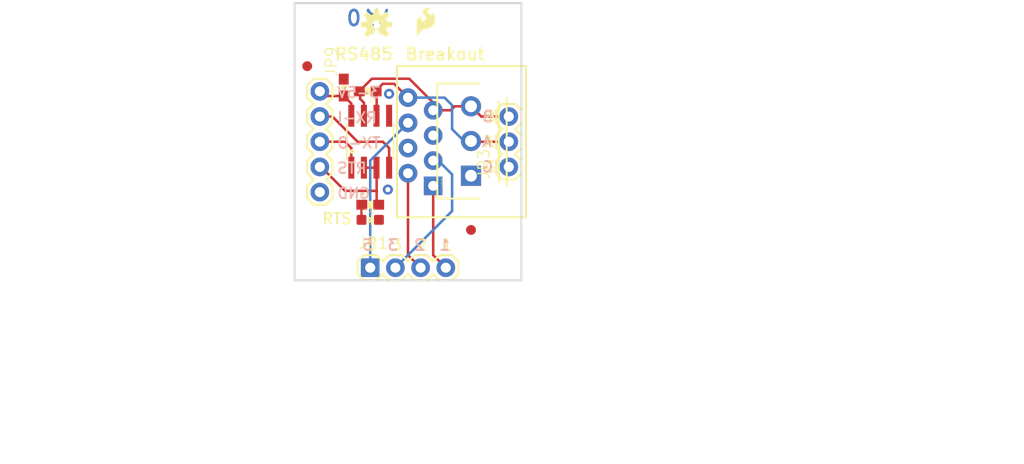
<source format=kicad_pcb>
(kicad_pcb (version 20211014) (generator pcbnew)
  (layers (0 "F.Cu" signal) (31 "B.Cu" signal) (34 "B.Paste" user) (35 "F.Paste" user) (36 "B.SilkS" user "B.Silkscreen") (37 "F.SilkS" user "F.Silkscreen") (38 "B.Mask" user) (39 "F.Mask" user) (44 "Edge.Cuts" user))
  (net 0 "")
  (net 1 "GND")
  (net 2 "VCC")
  (net 3 "RTS")
  (net 4 "A")
  (net 5 "B")
  (net 6 "RX-I")
  (net 7 "N$4")
  (net 8 "TX-O")
  (net 9 "1")
  (net 10 "2")
  (net 11 "3")
  (net 12 "5")
  (footprint "boardEagle:1X03" (layer "F.Cu") (at 158.6611 107.5436 90)
    (fp_text reference "JP3" (at -1.3462 -1.8288 90) (layer "F.SilkS") (effects (font (size 1.143 1.143) (thickness 0.127)) (justify left bottom)))
    (fp_text value "")
    (fp_line (start -1.27 0.635) (end -0.635 1.27) (layer "F.SilkS") (width 0.2032))
    (fp_line (start 4.445 -1.27) (end 5.715 -1.27) (layer "F.SilkS") (width 0.2032))
    (fp_line (start 3.175 1.27) (end 1.905 1.27) (layer "F.SilkS") (width 0.2032))
    (fp_line (start -0.635 -1.27) (end 0.635 -1.27) (layer "F.SilkS") (width 0.2032))
    (fp_line (start 1.905 -1.27) (end 3.175 -1.27) (layer "F.SilkS") (width 0.2032))
    (fp_line (start 3.175 -1.27) (end 3.81 -0.635) (layer "F.SilkS") (width 0.2032))
    (fp_line (start 6.35 -0.635) (end 6.35 0.635) (layer "F.SilkS") (width 0.2032))
    (fp_line (start 0.635 1.27) (end -0.635 1.27) (layer "F.SilkS") (width 0.2032))
    (fp_line (start 3.81 0.635) (end 3.175 1.27) (layer "F.SilkS") (width 0.2032))
    (fp_line (start 5.715 1.27) (end 4.445 1.27) (layer "F.SilkS") (width 0.2032))
    (fp_line (start -1.27 -0.635) (end -1.27 0.635) (layer "F.SilkS") (width 0.2032))
    (fp_line (start 1.27 0.635) (end 0.635 1.27) (layer "F.SilkS") (width 0.2032))
    (fp_line (start -0.635 -1.27) (end -1.27 -0.635) (layer "F.SilkS") (width 0.2032))
    (fp_line (start 1.27 -0.635) (end 1.905 -1.27) (layer "F.SilkS") (width 0.2032))
    (fp_line (start 6.35 0.635) (end 5.715 1.27) (layer "F.SilkS") (width 0.2032))
    (fp_line (start 0.635 -1.27) (end 1.27 -0.635) (layer "F.SilkS") (width 0.2032))
    (fp_line (start 4.445 1.27) (end 3.81 0.635) (layer "F.SilkS") (width 0.2032))
    (fp_line (start 1.905 1.27) (end 1.27 0.635) (layer "F.SilkS") (width 0.2032))
    (fp_line (start 3.81 -0.635) (end 4.445 -1.27) (layer "F.SilkS") (width 0.2032))
    (fp_line (start 5.715 -1.27) (end 6.35 -0.635) (layer "F.SilkS") (width 0.2032))
    (pad "1" thru_hole circle (at 0 0 180) (size 1.8796 1.8796) (drill 1.016) (layers *.Cu *.Mask) (net 1 "GND"))
    (pad "2" thru_hole circle (at 2.54 0 180) (size 1.8796 1.8796) (drill 1.016) (layers *.Cu *.Mask) (net 4 "A"))
    (pad "3" thru_hole circle (at 5.08 0 180) (size 1.8796 1.8796) (drill 1.016) (layers *.Cu *.Mask) (net 5 "B"))
  )
  (footprint "boardEagle:LED-0603" (layer "F.Cu") (at 144.6911 112.8776 -90)
    (fp_text reference "LED3" (at -0.6985 0.889) (layer "F.SilkS") (effects (font (size 0.373888 0.373888) (thickness 0.032512)) (justify left bottom)))
    (fp_text value "Green")
    (fp_line (start -0.46 -0.17) (end 0 -0.17) (layer "F.SilkS") (width 0.2032))
    (fp_line (start 0.46 -0.17) (end 0 -0.17) (layer "F.SilkS") (width 0.2032))
    (fp_line (start -0.0254 -0.1546) (end -0.2184 0.14) (layer "F.SilkS") (width 0.2032))
    (fp_line (start 0 -0.17) (end 0.2338 0.14) (layer "F.SilkS") (width 0.2032))
    (pad "A" smd roundrect (at 0 0.877 270) (size 1 1) (layers "F.Cu" "F.Paste" "F.Mask") (roundrect_rratio 0.15) (net 7 "N$4"))
    (pad "C" smd roundrect (at 0 -0.877 270) (size 1 1) (layers "F.Cu" "F.Paste" "F.Mask") (roundrect_rratio 0.15) (net 1 "GND"))
  )
  (footprint "boardEagle:RJ45-8" (layer "F.Cu") (at 157.3911 105.0036 90)
    (fp_text reference "JP4" hide)
    (fp_text value "RJ45-8PTH" hide)
    (fp_line (start -7.62 -10) (end 7.62 -10) (layer "F.SilkS") (width 0.2032))
    (fp_line (start -7.62 3) (end 7.62 3) (layer "F.SilkS") (width 0.2032))
    (fp_line (start 7.62 -10) (end 7.62 3) (layer "F.SilkS") (width 0.2032))
    (fp_line (start -7.62 3) (end -7.62 -10) (layer "F.SilkS") (width 0.2032))
    (pad "" np_thru_hole circle (at 5.715 0 90) (size 3.2 3.2) (drill 3.2) (layers *.Cu *.Mask))
    (pad "" np_thru_hole circle (at -5.715 0 90) (size 3.2 3.2) (drill 3.2) (layers *.Cu *.Mask))
    (pad "1" thru_hole rect (at -4.445 -6.35 90) (size 1.8796 1.8796) (drill 1) (layers *.Cu *.Mask) (net 9 "1"))
    (pad "2" thru_hole circle (at -3.175 -8.89 90) (size 1.8796 1.8796) (drill 1) (layers *.Cu *.Mask) (net 10 "2"))
    (pad "3" thru_hole circle (at -1.905 -6.35 90) (size 1.8796 1.8796) (drill 1) (layers *.Cu *.Mask) (net 11 "3"))
    (pad "4" thru_hole circle (at -0.635 -8.89 90) (size 1.8796 1.8796) (drill 1) (layers *.Cu *.Mask) (net 1 "GND"))
    (pad "5" thru_hole circle (at 0.635 -6.35 90) (size 1.8796 1.8796) (drill 1) (layers *.Cu *.Mask) (net 1 "GND"))
    (pad "6" thru_hole circle (at 1.905 -8.89 90) (size 1.8796 1.8796) (drill 1) (layers *.Cu *.Mask) (net 12 "5"))
    (pad "7" thru_hole circle (at 3.175 -6.35 90) (size 1.8796 1.8796) (drill 1) (layers *.Cu *.Mask) (net 5 "B"))
    (pad "8" thru_hole circle (at 4.445 -8.89 90) (size 1.8796 1.8796) (drill 1) (layers *.Cu *.Mask) (net 4 "A"))
  )
  (footprint "boardEagle:0603-CAP" (layer "F.Cu") (at 142.0241 99.5426 90)
    (fp_text reference "C3" (at -0.889 -0.762 90) (layer "F.SilkS") (effects (font (size 0.373888 0.373888) (thickness 0.032512)) (justify left bottom)))
    (fp_text value "0.1uF")
    (fp_line (start 0 -0.0305) (end 0 0.0305) (layer "F.SilkS") (width 0.5588))
    (pad "1" smd rect (at -0.85 0 90) (size 1.1 1) (layers "F.Cu" "F.Paste" "F.Mask") (net 2 "VCC"))
    (pad "2" smd rect (at 0.85 0 90) (size 1.1 1) (layers "F.Cu" "F.Paste" "F.Mask") (net 1 "GND"))
  )
  (footprint "boardEagle:STAND-OFF" (layer "F.Cu") (at 139.6111 93.5736)
    (fp_text reference "JP15" hide)
    (fp_text value "STAND-OFF" hide)
    (pad "" np_thru_hole circle (at 0 0) (size 3.302 3.302) (drill 3.302) (layers *.Cu *.Mask))
  )
  (footprint "boardEagle:SFE-LOGO-FLAME" (layer "F.Cu") (at 149.3901 94.3356)
    (fp_text reference "U$2" hide)
    (fp_text value "LOGO-SFESK" hide)
    (fp_poly (pts (xy 1.126002 -2.808203) (xy 1.215449 -2.785829) (xy 1.228477 -2.780783) (xy 1.240149 -2.774875) (xy 1.25686 -2.766576) (xy 1.275552 -2.759834) (xy 1.371694 -2.7026) (xy 1.3793 -2.7026) (xy 1.3793 -2.6772) (xy 1.306833 -2.6772) (xy 1.208418 -2.657914) (xy 1.074855 -2.495286) (xy 1.079365 -2.436825) (xy 1.12809 -2.341869) (xy 1.204666 -2.265196) (xy 1.294069 -2.200638) (xy 1.369348 -2.168824) (xy 1.450737 -2.171632) (xy 1.458864 -2.174186) (xy 1.466257 -2.177389) (xy 1.530514 -2.236956) (xy 1.5368 -2.259812) (xy 1.5368 -2.377938) (xy 1.763707 -2.148127) (xy 1.868186 -1.856841) (xy 1.871603 -1.856894) (xy 1.87806 -1.650435) (xy 1.848857 -1.45742) (xy 1.785308 -1.272842) (xy 1.6663 -1.061578) (xy 1.6663 -1.080581) (xy 1.378131 -0.80901) (xy 0.982239 -0.6985) (xy 0.753005 -0.6985) (xy 0.716201 -0.692046) (xy 0.681776 -0.679592) (xy 0.496322 -0.541784) (xy -0.0126 0.03091) (xy -0.0126 -1.52077) (xy 0.060004 -1.761967) (xy 0.168295 -1.865489) (xy 0.307122 -1.917522) (xy 0.4039 -1.925089) (xy 0.499384 -1.917623) (xy 0.55991 -1.908099) (xy 0.557788 -1.884433) (xy 0.522216 -1.885242) (xy 0.501784 -1.876141) (xy 0.420519 -1.817154) (xy 0.400722 -1.79067) (xy 0.390395 -1.7285) (xy 0.400905 -1.665229) (xy 0.421405 -1.625174) (xy 0.452343 -1.592685) (xy 0.546535 -1.54355) (xy 0.652229 -1.531742) (xy 0.742768 -1.550084) (xy 0.82422 -1.589656) (xy 0.92203 -1.754659) (xy 0.907706 -1.848844) (xy 0.850914 -1.930401) (xy 0.584707 -2.263237) (xy 0.561667 -2.510855) (xy 0.627495 -2.621556) (xy 0.629042 -2.623103) (xy 0.778901 -2.74712) (xy 1.032676 -2.817064)) (layer "F.SilkS") (width 0) (fill solid))
  )
  (footprint "boardEagle:SO08" (layer "F.Cu") (at 144.6911 105.0036)
    (fp_text reference "U2" (at -1.27 0) (layer "F.SilkS") (effects (font (size 0.373888 0.373888) (thickness 0.032512)) (justify left bottom)))
    (fp_text value "RS485SOIC")
    (fp_line (start 2.362 1.803) (end 2.362 -1.803) (layer "F.SilkS") (width 0.1524))
    (fp_line (start -2.362 -1.803) (end -2.362 1.803) (layer "F.SilkS") (width 0.1524))
    (fp_circle (center -1.8034 0.9906) (end -1.6598 0.9906) (layer "F.SilkS") (width 0.2032) (fill none))
    (pad "1" smd rect (at -1.905 2.6162) (size 0.6096 2.2098) (layers "F.Cu" "F.Paste" "F.Mask") (net 8 "TX-O"))
    (pad "2" smd rect (at -0.635 2.6162) (size 0.6096 2.2098) (layers "F.Cu" "F.Paste" "F.Mask") (net 3 "RTS"))
    (pad "3" smd rect (at 0.635 2.6162) (size 0.6096 2.2098) (layers "F.Cu" "F.Paste" "F.Mask") (net 3 "RTS"))
    (pad "4" smd rect (at 1.905 2.6162) (size 0.6096 2.2098) (layers "F.Cu" "F.Paste" "F.Mask") (net 6 "RX-I"))
    (pad "5" smd rect (at 1.905 -2.6162) (size 0.6096 2.2098) (layers "F.Cu" "F.Paste" "F.Mask") (net 1 "GND"))
    (pad "6" smd rect (at 0.635 -2.6162) (size 0.6096 2.2098) (layers "F.Cu" "F.Paste" "F.Mask") (net 4 "A"))
    (pad "7" smd rect (at -0.635 -2.6162) (size 0.6096 2.2098) (layers "F.Cu" "F.Paste" "F.Mask") (net 5 "B"))
    (pad "8" smd rect (at -1.905 -2.6162) (size 0.6096 2.2098) (layers "F.Cu" "F.Paste" "F.Mask") (net 2 "VCC"))
  )
  (footprint "boardEagle:FIDUCIAL-1X2" (layer "F.Cu") (at 138.3411 97.3836)
    (fp_text reference "JP10" hide)
    (fp_text value "FIDUCIAL1X2" hide)
    (pad "1" smd roundrect (at 0 0) (size 1 1) (layers "F.Cu" "F.Mask") (roundrect_rratio 0.5))
  )
  (footprint "boardEagle:STAND-OFF" (layer "F.Cu") (at 157.3911 93.5736)
    (fp_text reference "JP7" hide)
    (fp_text value "STAND-OFF" hide)
    (pad "" np_thru_hole circle (at 0 0) (size 3.302 3.302) (drill 3.302) (layers *.Cu *.Mask))
  )
  (footprint "boardEagle:0603-RES" (layer "F.Cu") (at 144.4371 99.9236 180)
    (fp_text reference "R4" (at -0.889 -0.762 180) (layer "F.SilkS") (effects (font (size 0.373888 0.373888) (thickness 0.032512)) (justify right top)))
    (fp_text value "220")
    (fp_poly (pts (xy -0.2286 0.381) (xy 0.2286 0.381) (xy 0.2286 -0.381) (xy -0.2286 -0.381)) (layer "F.SilkS") (width 0) (fill solid))
    (pad "1" smd rect (at -0.85 0 180) (size 1.1 1) (layers "F.Cu" "F.Paste" "F.Mask") (net 4 "A"))
    (pad "2" smd rect (at 0.85 0 180) (size 1.1 1) (layers "F.Cu" "F.Paste" "F.Mask") (net 5 "B"))
  )
  (footprint "boardEagle:1X05" (layer "F.Cu") (at 139.6111 99.9236 -90)
    (fp_text reference "JP9" (at -1.3462 -1.8288 -90) (layer "F.SilkS") (effects (font (size 1.143 1.143) (thickness 0.127)) (justify left bottom)))
    (fp_text value "")
    (fp_line (start 8.255 -1.27) (end 8.89 -0.635) (layer "F.SilkS") (width 0.2032))
    (fp_line (start 3.81 0.635) (end 3.175 1.27) (layer "F.SilkS") (width 0.2032))
    (fp_line (start 4.445 1.27) (end 3.81 0.635) (layer "F.SilkS") (width 0.2032))
    (fp_line (start -0.635 -1.27) (end -1.27 -0.635) (layer "F.SilkS") (width 0.2032))
    (fp_line (start 5.715 1.27) (end 4.445 1.27) (layer "F.SilkS") (width 0.2032))
    (fp_line (start 9.525 1.27) (end 8.89 0.635) (layer "F.SilkS") (width 0.2032))
    (fp_line (start 1.905 -1.27) (end 3.175 -1.27) (layer "F.SilkS") (width 0.2032))
    (fp_line (start 5.715 -1.27) (end 6.35 -0.635) (layer "F.SilkS") (width 0.2032))
    (fp_line (start 1.27 0.635) (end 0.635 1.27) (layer "F.SilkS") (width 0.2032))
    (fp_line (start 8.255 1.27) (end 6.985 1.27) (layer "F.SilkS") (width 0.2032))
    (fp_line (start 1.27 -0.635) (end 1.905 -1.27) (layer "F.SilkS") (width 0.2032))
    (fp_line (start -1.27 0.635) (end -0.635 1.27) (layer "F.SilkS") (width 0.2032))
    (fp_line (start 9.525 -1.27) (end 10.795 -1.27) (layer "F.SilkS") (width 0.2032))
    (fp_line (start 6.985 -1.27) (end 8.255 -1.27) (layer "F.SilkS") (width 0.2032))
    (fp_line (start 1.905 1.27) (end 1.27 0.635) (layer "F.SilkS") (width 0.2032))
    (fp_line (start -1.27 -0.635) (end -1.27 0.635) (layer "F.SilkS") (width 0.2032))
    (fp_line (start 0.635 1.27) (end -0.635 1.27) (layer "F.SilkS") (width 0.2032))
    (fp_line (start 10.795 1.27) (end 9.525 1.27) (layer "F.SilkS") (width 0.2032))
    (fp_line (start 6.985 -1.27) (end 6.35 -0.635) (layer "F.SilkS") (width 0.2032))
    (fp_line (start 10.795 -1.27) (end 11.43 -0.635) (layer "F.SilkS") (width 0.2032))
    (fp_line (start 8.89 0.635) (end 8.255 1.27) (layer "F.SilkS") (width 0.2032))
    (fp_line (start 3.175 -1.27) (end 3.81 -0.635) (layer "F.SilkS") (width 0.2032))
    (fp_line (start 3.81 -0.635) (end 4.445 -1.27) (layer "F.SilkS") (width 0.2032))
    (fp_line (start 6.35 0.635) (end 6.985 1.27) (layer "F.SilkS") (width 0.2032))
    (fp_line (start 3.175 1.27) (end 1.905 1.27) (layer "F.SilkS") (width 0.2032))
    (fp_line (start 0.635 -1.27) (end 1.27 -0.635) (layer "F.SilkS") (width 0.2032))
    (fp_line (start 11.43 -0.635) (end 11.43 0.635) (layer "F.SilkS") (width 0.2032))
    (fp_line (start 4.445 -1.27) (end 5.715 -1.27) (layer "F.SilkS") (width 0.2032))
    (fp_line (start 11.43 0.635) (end 10.795 1.27) (layer "F.SilkS") (width 0.2032))
    (fp_line (start 8.89 -0.635) (end 9.525 -1.27) (layer "F.SilkS") (width 0.2032))
    (fp_line (start 6.35 0.635) (end 5.715 1.27) (layer "F.SilkS") (width 0.2032))
    (fp_line (start -0.635 -1.27) (end 0.635 -1.27) (layer "F.SilkS") (width 0.2032))
    (pad "1" thru_hole circle (at 0 0) (size 1.8796 1.8796) (drill 1.016) (layers *.Cu *.Mask) (net 2 "VCC"))
    (pad "2" thru_hole circle (at 2.54 0) (size 1.8796 1.8796) (drill 1.016) (layers *.Cu *.Mask) (net 6 "RX-I"))
    (pad "3" thru_hole circle (at 5.08 0) (size 1.8796 1.8796) (drill 1.016) (layers *.Cu *.Mask) (net 8 "TX-O"))
    (pad "4" thru_hole circle (at 7.62 0) (size 1.8796 1.8796) (drill 1.016) (layers *.Cu *.Mask) (net 3 "RTS"))
    (pad "5" thru_hole circle (at 10.16 0) (size 1.8796 1.8796) (drill 1.016) (layers *.Cu *.Mask) (net 1 "GND"))
  )
  (footprint "boardEagle:1X04" (layer "F.Cu") (at 144.6911 117.7036)
    (fp_text reference "JP1" (at -1.3462 -1.8288) (layer "F.SilkS") (effects (font (size 1.143 1.143) (thickness 0.127)) (justify left bottom)))
    (fp_text value "")
    (fp_line (start 4.445 -1.27) (end 5.715 -1.27) (layer "F.SilkS") (width 0.2032))
    (fp_line (start 3.81 0.635) (end 3.175 1.27) (layer "F.SilkS") (width 0.2032))
    (fp_line (start 6.985 -1.27) (end 6.35 -0.635) (layer "F.SilkS") (width 0.2032))
    (fp_line (start 1.905 1.27) (end 1.27 0.635) (layer "F.SilkS") (width 0.2032))
    (fp_line (start 1.27 -0.635) (end 1.905 -1.27) (layer "F.SilkS") (width 0.2032))
    (fp_line (start 3.175 -1.27) (end 3.81 -0.635) (layer "F.SilkS") (width 0.2032))
    (fp_line (start 1.27 0.635) (end 0.635 1.27) (layer "F.SilkS") (width 0.2032))
    (fp_line (start -0.635 -1.27) (end -1.27 -0.635) (layer "F.SilkS") (width 0.2032))
    (fp_line (start 4.445 1.27) (end 3.81 0.635) (layer "F.SilkS") (width 0.2032))
    (fp_line (start 6.35 0.635) (end 6.985 1.27) (layer "F.SilkS") (width 0.2032))
    (fp_line (start 5.715 1.27) (end 4.445 1.27) (layer "F.SilkS") (width 0.2032))
    (fp_line (start 1.905 -1.27) (end 3.175 -1.27) (layer "F.SilkS") (width 0.2032))
    (fp_line (start 0.635 -1.27) (end 1.27 -0.635) (layer "F.SilkS") (width 0.2032))
    (fp_line (start 6.35 0.635) (end 5.715 1.27) (layer "F.SilkS") (width 0.2032))
    (fp_line (start 3.175 1.27) (end 1.905 1.27) (layer "F.SilkS") (width 0.2032))
    (fp_line (start 3.81 -0.635) (end 4.445 -1.27) (layer "F.SilkS") (width 0.2032))
    (fp_line (start 5.715 -1.27) (end 6.35 -0.635) (layer "F.SilkS") (width 0.2032))
    (fp_line (start -1.27 0.635) (end -0.635 1.27) (layer "F.SilkS") (width 0.2032))
    (fp_line (start 8.89 -0.635) (end 8.89 0.635) (layer "F.SilkS") (width 0.2032))
    (fp_line (start 6.985 -1.27) (end 8.255 -1.27) (layer "F.SilkS") (width 0.2032))
    (fp_line (start -1.27 -0.635) (end -1.27 0.635) (layer "F.SilkS") (width 0.2032))
    (fp_line (start 0.635 1.27) (end -0.635 1.27) (layer "F.SilkS") (width 0.2032))
    (fp_line (start 8.255 1.27) (end 6.985 1.27) (layer "F.SilkS") (width 0.2032))
    (fp_line (start 8.89 0.635) (end 8.255 1.27) (layer "F.SilkS") (width 0.2032))
    (fp_line (start -0.635 -1.27) (end 0.635 -1.27) (layer "F.SilkS") (width 0.2032))
    (fp_line (start 8.255 -1.27) (end 8.89 -0.635) (layer "F.SilkS") (width 0.2032))
    (pad "1" thru_hole rect (at 0 0 90) (size 1.8796 1.8796) (drill 1.016) (layers *.Cu *.Mask) (net 12 "5"))
    (pad "2" thru_hole circle (at 2.54 0 90) (size 1.8796 1.8796) (drill 1.016) (layers *.Cu *.Mask) (net 11 "3"))
    (pad "3" thru_hole circle (at 5.08 0 90) (size 1.8796 1.8796) (drill 1.016) (layers *.Cu *.Mask) (net 10 "2"))
    (pad "4" thru_hole circle (at 7.62 0 90) (size 1.8796 1.8796) (drill 1.016) (layers *.Cu *.Mask) (net 9 "1"))
  )
  (footprint "boardEagle:FIDUCIAL-1X2" (layer "F.Cu") (at 154.8511 113.8936)
    (fp_text reference "JP5" hide)
    (fp_text value "FIDUCIAL1X2" hide)
    (pad "1" smd roundrect (at 0 0) (size 1 1) (layers "F.Cu" "F.Mask") (roundrect_rratio 0.5))
  )
  (footprint "boardEagle:OSHW-LOGO-S" (layer "F.Cu") (at 145.3261 93.1926)
    (fp_text reference "LOGO1" hide)
    (fp_text value "OSHW-LOGOS" hide)
    (fp_poly (pts (xy 0.301647 -1.061351) (xy 0.42347 -1.022344) (xy 0.537177 -0.963769) (xy 0.92862 -1.282946) (xy 1.282946 -0.92862) (xy 0.961035 -0.533823) (xy 1.057046 -0.302084) (xy 1.5638 -0.250561) (xy 1.5638 0.250561) (xy 1.057046 0.302084) (xy 0.961035 0.533823) (xy 1.282946 0.92862) (xy 0.92862 1.282946) (xy 0.537177 0.96377) (xy 0.356601 1.056794) (xy 0.088679 0.410073) (xy 0.326262 0.2176) (xy 0.373649 0.121468) (xy 0.392729 0.010339) (xy 0.379464 -0.101634) (xy 0.334947 -0.205229) (xy 0.262842 -0.291918) (xy 0.169087 -0.354561) (xy 0.061406 -0.387999) (xy -0.051342 -0.38948) (xy -0.159868 -0.358881) (xy -0.255234 -0.298724) (xy -0.329589 -0.213962) (xy -0.376813 -0.111569) (xy -0.392176 -0.005767) (xy -0.322923 0.222565) (xy -0.249312 0.303773) (xy 0.091677 0.5081) (xy -0.12929 0.5081) (xy -0.355332 1.053732) (xy -0.506597 0.983577) (xy -0.538922 0.965192) (xy -0.92862 1.282946) (xy -1.282946 0.92862) (xy -0.961035 0.533823) (xy -1.057046 0.302084) (xy -1.5638 0.250561) (xy -1.5638 -0.250561) (xy -1.057046 -0.302084) (xy -0.961035 -0.533823) (xy -1.282946 -0.92862) (xy -0.92862 -1.282946) (xy -0.533823 -0.961035) (xy -0.302084 -1.057046) (xy -0.250561 -1.5638) (xy 0.250561 -1.5638)) (layer "F.SilkS") (width 0) (fill solid))
  )
  (footprint "boardEagle:0603-RES" (layer "F.Cu") (at 144.6911 111.3536)
    (fp_text reference "R3" (at -0.889 -0.762) (layer "F.SilkS") (effects (font (size 0.373888 0.373888) (thickness 0.032512)) (justify left bottom)))
    (fp_text value "330")
    (fp_poly (pts (xy -0.2286 0.381) (xy 0.2286 0.381) (xy 0.2286 -0.381) (xy -0.2286 -0.381)) (layer "F.SilkS") (width 0) (fill solid))
    (pad "1" smd rect (at -0.85 0) (size 1.1 1) (layers "F.Cu" "F.Paste" "F.Mask") (net 7 "N$4"))
    (pad "2" smd rect (at 0.85 0) (size 1.1 1) (layers "F.Cu" "F.Paste" "F.Mask") (net 3 "RTS"))
  )
  (footprint "boardEagle:STAND-OFF" (layer "F.Cu") (at 157.3911 116.4336)
    (fp_text reference "JP8" hide)
    (fp_text value "STAND-OFF" hide)
    (pad "" np_thru_hole circle (at 0 0) (size 3.302 3.302) (drill 3.302) (layers *.Cu *.Mask))
  )
  (footprint "boardEagle:STAND-OFF" (layer "F.Cu") (at 139.6111 116.4336)
    (fp_text reference "JP6" hide)
    (fp_text value "STAND-OFF" hide)
    (pad "" np_thru_hole circle (at 0 0) (size 3.302 3.302) (drill 3.302) (layers *.Cu *.Mask))
  )
  (footprint "boardEagle:SCREWTERMINAL-3.5MM-3" (layer "F.Cu") (at 154.8511 108.4326 90)
    (fp_text reference "JP2" (at -1.27 -2.54 90) (layer "F.SilkS") (effects (font (size 0.373888 0.373888) (thickness 0.032512)) (justify left bottom)))
    (fp_text value "")
    (fp_line (start 9.3 2.8) (end 9.3 3.6) (layer "F.SilkS") (width 0.2032))
    (fp_line (start -2.3 2.8) (end -2.3 -3.4) (layer "F.SilkS") (width 0.2032))
    (fp_line (start 9.3 -3.4) (end 9.3 2.8) (layer "F.SilkS") (width 0.2032))
    (fp_line (start 9.3 2.8) (end -2.3 2.8) (layer "F.SilkS") (width 0.2032))
    (fp_line (start -2.3 -3.4) (end 9.3 -3.4) (layer "F.SilkS") (width 0.2032))
    (fp_line (start 9.3 3.6) (end -2.3 3.6) (layer "F.SilkS") (width 0.2032))
    (fp_line (start -2.3 3.6) (end -2.3 2.8) (layer "F.SilkS") (width 0.2032))
    (pad "1" thru_hole rect (at 0 0 90) (size 2.032 2.032) (drill 1.2) (layers *.Cu *.Mask) (net 1 "GND"))
    (pad "2" thru_hole circle (at 3.5 0 90) (size 2.032 2.032) (drill 1.2) (layers *.Cu *.Mask) (net 4 "A"))
    (pad "3" thru_hole circle (at 7 0 90) (size 2.032 2.032) (drill 1.2) (layers *.Cu *.Mask) (net 5 "B"))
  )
  (footprint "boardEagle:CREATIVE_COMMONS" (layer "F.Cu") (at 127.691622 134.2136)
    (fp_text reference "FRAME1" hide)
    (fp_text value "FRAME-LETTER" hide)
  )
  (gr_line (start 159.9311 91.0336) (end 159.9311 118.9736) (layer "Edge.Cuts") (width 0.2032))
  (gr_line (start 137.0711 91.0336) (end 159.9311 91.0336) (layer "Edge.Cuts") (width 0.2032))
  (gr_line (start 159.9311 118.9736) (end 137.0711 118.9736) (layer "Edge.Cuts") (width 0.2032))
  (gr_line (start 137.0711 118.9736) (end 137.0711 91.0336) (layer "Edge.Cuts") (width 0.2032))
  (gr_text "V10" (at 142.1511 91.6686) (layer "B.Cu") (effects (font (size 1.5113 1.5113) (thickness 0.2667)) (justify right top mirror)))
  (gr_text "1" (at 151.5491 114.7826) (layer "B.SilkS") (effects (font (size 1.0795 1.0795) (thickness 0.1905)) (justify right top mirror)))
  (gr_text "3-5V" (at 141.2621 99.4156) (layer "B.SilkS") (effects (font (size 1.0795 1.0795) (thickness 0.1905)) (justify right top mirror)))
  (gr_text "TX-O" (at 141.2621 104.4956) (layer "B.SilkS") (effects (font (size 1.0795 1.0795) (thickness 0.1905)) (justify right top mirror)))
  (gr_text "3" (at 147.6121 116.0526) (layer "B.SilkS") (effects (font (size 1.0795 1.0795) (thickness 0.1905)) (justify left bottom mirror)))
  (gr_text "A" (at 155.8671 104.3686) (layer "B.SilkS") (effects (font (size 1.0795 1.0795) (thickness 0.1905)) (justify right top mirror)))
  (gr_text "RX-I" (at 141.2621 101.9556) (layer "B.SilkS") (effects (font (size 1.0795 1.0795) (thickness 0.1905)) (justify right top mirror)))
  (gr_text "GND" (at 141.2621 109.5756) (layer "B.SilkS") (effects (font (size 1.0795 1.0795) (thickness 0.1905)) (justify right top mirror)))
  (gr_text "2" (at 149.0091 114.7826) (layer "B.SilkS") (effects (font (size 1.0795 1.0795) (thickness 0.1905)) (justify right top mirror)))
  (gr_text "5" (at 145.0721 116.0526) (layer "B.SilkS") (effects (font (size 1.0795 1.0795) (thickness 0.1905)) (justify left bottom mirror)))
  (gr_text "RTS" (at 141.2621 107.0356) (layer "B.SilkS") (effects (font (size 1.0795 1.0795) (thickness 0.1905)) (justify right top mirror)))
  (gr_text "G" (at 155.8671 106.9086) (layer "B.SilkS") (effects (font (size 1.0795 1.0795) (thickness 0.1905)) (justify right top mirror)))
  (gr_text "B" (at 155.8671 101.8286) (layer "B.SilkS") (effects (font (size 1.0795 1.0795) (thickness 0.1905)) (justify right top mirror)))
  (gr_text "G" (at 156.1211 108.1786) (layer "F.SilkS") (effects (font (size 1.0795 1.0795) (thickness 0.1905)) (justify left bottom)))
  (gr_text "3" (at 146.7231 116.0526) (layer "F.SilkS") (effects (font (size 1.0795 1.0795) (thickness 0.1905)) (justify left bottom)))
  (gr_text "RS485" (at 141.0081 96.8756) (layer "F.SilkS") (effects (font (size 1.20904 1.20904) (thickness 0.21336)) (justify left bottom)))
  (gr_text "Breakout" (at 148.1201 96.8756) (layer "F.SilkS") (effects (font (size 1.20904 1.20904) (thickness 0.21336)) (justify left bottom)))
  (gr_text "5" (at 144.1831 116.0526) (layer "F.SilkS") (effects (font (size 1.0795 1.0795) (thickness 0.1905)) (justify left bottom)))
  (gr_text "2" (at 149.2631 116.0526) (layer "F.SilkS") (effects (font (size 1.0795 1.0795) (thickness 0.1905)) (justify left bottom)))
  (gr_text "B" (at 156.1211 103.0986) (layer "F.SilkS") (effects (font (size 1.0795 1.0795) (thickness 0.1905)) (justify left bottom)))
  (gr_text "1" (at 151.8031 116.0526) (layer "F.SilkS") (effects (font (size 1.0795 1.0795) (thickness 0.1905)) (justify left bottom)))
  (gr_text "A" (at 156.1211 105.6386) (layer "F.SilkS") (effects (font (size 1.0795 1.0795) (thickness 0.1905)) (justify left bottom)))
  (gr_text "RTS" (at 139.7381 113.3856) (layer "F.SilkS") (effects (font (size 1.0795 1.0795) (thickness 0.1905)) (justify left bottom)))
  (via (at 146.5961 100.1776) (size 1.016) (drill 0.508) (layers "F.Cu" "B.Cu") (net 1))
  (via (at 146.4691 109.8296) (size 1.016) (drill 0.508) (layers "F.Cu" "B.Cu") (net 1))
  (segment (start 140.0801 100.3926) (end 139.6111 99.9236) (width 0.254) (layer "F.Cu") (net 2))
  (segment (start 142.7861 101.1546) (end 142.0241 100.3926) (width 0.254) (layer "F.Cu") (net 2))
  (segment (start 142.7861 102.3874) (end 142.7861 101.1546) (width 0.254) (layer "F.Cu") (net 2))
  (segment (start 142.0241 100.3926) (end 140.0801 100.3926) (width 0.254) (layer "F.Cu") (net 2))
  (segment (start 145.3411 111.1536) (end 145.5411 111.3536) (width 0.254) (layer "F.Cu") (net 3))
  (segment (start 142.1511 109.9566) (end 145.3411 109.9566) (width 0.254) (layer "F.Cu") (net 3))
  (segment (start 145.3261 107.6198) (end 144.0561 107.6198) (width 0.254) (layer "F.Cu") (net 3))
  (segment (start 139.7381 107.5436) (end 142.1511 109.9566) (width 0.254) (layer "F.Cu") (net 3))
  (segment (start 139.6111 107.5436) (end 139.7381 107.5436) (width 0.254) (layer "F.Cu") (net 3))
  (segment (start 145.3411 109.9566) (end 145.3411 111.1536) (width 0.254) (layer "F.Cu") (net 3))
  (segment (start 145.3411 107.6348) (end 145.3411 109.9566) (width 0.254) (layer "F.Cu") (net 3))
  (segment (start 145.3411 107.6348) (end 145.3261 107.6198) (width 0.254) (layer "F.Cu") (net 3))
  (segment (start 145.3411 99.9776) (end 145.2871 99.9236) (width 0.254) (layer "F.Cu") (net 4))
  (segment (start 147.1041 99.1616) (end 148.5011 100.5586) (width 0.254) (layer "F.Cu") (net 4))
  (segment (start 145.2871 99.9236) (end 145.4531 99.9236) (width 0.254) (layer "F.Cu") (net 4))
  (segment (start 145.3411 102.3724) (end 145.3411 99.9776) (width 0.254) (layer "F.Cu") (net 4))
  (segment (start 145.4531 99.6696) (end 145.9611 99.1616) (width 0.254) (layer "F.Cu") (net 4))
  (segment (start 154.9221 105.0036) (end 158.6611 105.0036) (width 0.254) (layer "F.Cu") (net 4))
  (segment (start 145.4531 99.9236) (end 145.4531 99.6696) (width 0.254) (layer "F.Cu") (net 4))
  (segment (start 145.9611 99.1616) (end 147.1041 99.1616) (width 0.254) (layer "F.Cu") (net 4))
  (segment (start 145.3261 102.3874) (end 145.3411 102.3724) (width 0.254) (layer "F.Cu") (net 4))
  (segment (start 154.8511 104.9326) (end 154.9221 105.0036) (width 0.254) (layer "F.Cu") (net 4))
  (segment (start 152.9461 103.7336) (end 154.1451 104.9326) (width 0.254) (layer "B.Cu") (net 4))
  (segment (start 152.9461 101.3206) (end 152.9461 103.7336) (width 0.254) (layer "B.Cu") (net 4))
  (segment (start 148.5011 100.5586) (end 152.1841 100.5586) (width 0.254) (layer "B.Cu") (net 4))
  (segment (start 154.1451 104.9326) (end 154.8511 104.9326) (width 0.254) (layer "B.Cu") (net 4))
  (segment (start 152.1841 100.5586) (end 152.9461 101.3206) (width 0.254) (layer "B.Cu") (net 4))
  (segment (start 154.8511 101.4326) (end 155.8821 102.4636) (width 0.254) (layer "F.Cu") (net 5))
  (segment (start 144.0561 99.9386) (end 143.5871 99.9236) (width 0.254) (layer "F.Cu") (net 5))
  (segment (start 148.6281 98.6536) (end 151.0411 101.0666) (width 0.254) (layer "F.Cu") (net 5))
  (segment (start 143.6751 100.6856) (end 143.6751 100.0116) (width 0.254) (layer "F.Cu") (net 5))
  (segment (start 144.0561 101.0666) (end 143.6751 100.6856) (width 0.254) (layer "F.Cu") (net 5))
  (segment (start 153.2151 101.4326) (end 154.8511 101.4326) (width 0.254) (layer "F.Cu") (net 5))
  (segment (start 148.6281 98.6536) (end 144.8571 98.6536) (width 0.254) (layer "F.Cu") (net 5))
  (segment (start 144.0561 102.3874) (end 144.0561 101.0666) (width 0.254) (layer "F.Cu") (net 5))
  (segment (start 152.8191 101.8286) (end 153.2151 101.4326) (width 0.254) (layer "F.Cu") (net 5))
  (segment (start 151.0411 101.8286) (end 152.8191 101.8286) (width 0.254) (layer "F.Cu") (net 5))
  (segment (start 144.8571 98.6536) (end 143.5871 99.9236) (width 0.254) (layer "F.Cu") (net 5))
  (segment (start 155.8821 102.4636) (end 158.6611 102.4636) (width 0.254) (layer "F.Cu") (net 5))
  (segment (start 143.6751 100.0116) (end 143.5871 99.9236) (width 0.254) (layer "F.Cu") (net 5))
  (segment (start 151.0411 101.0666) (end 151.0411 101.8286) (width 0.254) (layer "F.Cu") (net 5))
  (segment (start 146.5961 105.6386) (end 146.5961 107.6198) (width 0.254) (layer "F.Cu") (net 6))
  (segment (start 143.4211 105.0036) (end 145.9611 105.0036) (width 0.254) (layer "F.Cu") (net 6))
  (segment (start 145.9611 105.0036) (end 146.5961 105.6386) (width 0.254) (layer "F.Cu") (net 6))
  (segment (start 139.6111 102.4636) (end 140.8811 102.4636) (width 0.254) (layer "F.Cu") (net 6))
  (segment (start 140.8811 102.4636) (end 143.4211 105.0036) (width 0.254) (layer "F.Cu") (net 6))
  (segment (start 143.8141 112.8776) (end 144.0411 112.5236) (width 0.254) (layer "F.Cu") (net 7))
  (segment (start 143.8411 111.3536) (end 143.8141 111.3806) (width 0.254) (layer "F.Cu") (net 7))
  (segment (start 143.8141 111.3806) (end 143.8141 112.8776) (width 0.254) (layer "F.Cu") (net 7))
  (segment (start 142.7861 105.6386) (end 142.7861 107.6198) (width 0.254) (layer "F.Cu") (net 8))
  (segment (start 139.6111 105.0036) (end 142.1511 105.0036) (width 0.254) (layer "F.Cu") (net 8))
  (segment (start 142.1511 105.0036) (end 142.7861 105.6386) (width 0.254) (layer "F.Cu") (net 8))
  (segment (start 151.0411 116.4336) (end 151.0411 109.4486) (width 0.254) (layer "F.Cu") (net 9))
  (segment (start 152.3111 117.7036) (end 151.0411 116.4336) (width 0.254) (layer "F.Cu") (net 9))
  (segment (start 148.5011 116.4336) (end 148.5011 108.1786) (width 0.254) (layer "F.Cu") (net 10))
  (segment (start 149.7711 117.7036) (end 148.5011 116.4336) (width 0.254) (layer "F.Cu") (net 10))
  (segment (start 147.2311 117.7036) (end 152.9461 111.9886) (width 0.254) (layer "B.Cu") (net 11))
  (segment (start 152.9461 108.3056) (end 151.5491 106.9086) (width 0.254) (layer "B.Cu") (net 11))
  (segment (start 152.9461 111.9886) (end 152.9461 108.3056) (width 0.254) (layer "B.Cu") (net 11))
  (segment (start 151.5491 106.9086) (end 151.0411 106.9086) (width 0.254) (layer "B.Cu") (net 11))
  (segment (start 144.6911 117.7036) (end 144.6911 106.9086) (width 0.254) (layer "B.Cu") (net 12))
  (segment (start 144.6911 106.9086) (end 148.5011 103.0986) (width 0.254) (layer "B.Cu") (net 12))
)
</source>
